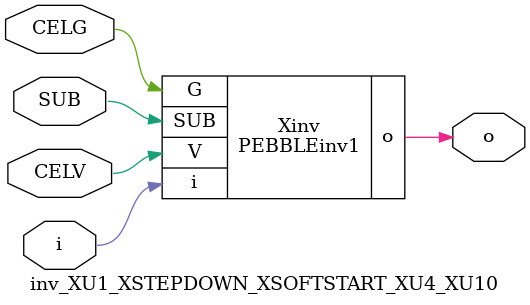
<source format=v>



module PEBBLEinv1 ( o, G, SUB, V, i );

  input V;
  input i;
  input G;
  output o;
  input SUB;
endmodule

//Celera Confidential Do Not Copy inv_XU1_XSTEPDOWN_XSOFTSTART_XU4_XU10
//Celera Confidential Symbol Generator
//5V Inverter
module inv_XU1_XSTEPDOWN_XSOFTSTART_XU4_XU10 (CELV,CELG,i,o,SUB);
input CELV;
input CELG;
input i;
input SUB;
output o;

//Celera Confidential Do Not Copy inv
PEBBLEinv1 Xinv(
.V (CELV),
.i (i),
.o (o),
.SUB (SUB),
.G (CELG)
);
//,diesize,PEBBLEinv1

//Celera Confidential Do Not Copy Module End
//Celera Schematic Generator
endmodule

</source>
